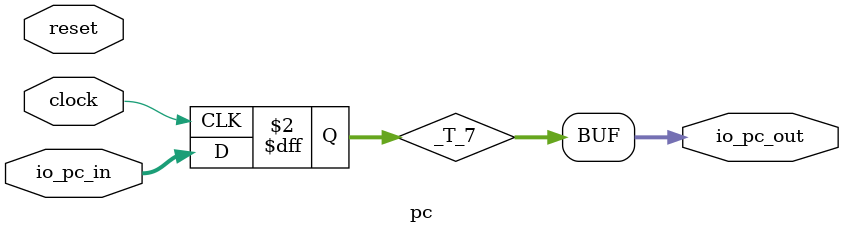
<source format=v>
`ifdef RANDOMIZE_GARBAGE_ASSIGN
`define RANDOMIZE
`endif
`ifdef RANDOMIZE_INVALID_ASSIGN
`define RANDOMIZE
`endif
`ifdef RANDOMIZE_REG_INIT
`define RANDOMIZE
`endif
`ifdef RANDOMIZE_MEM_INIT
`define RANDOMIZE
`endif

module pc(
  input         clock,
  input         reset,
  input  [31:0] io_pc_in,
  output [31:0] io_pc_out
);
  reg [31:0] _T_7;
  reg [31:0] _GEN_0;
  assign io_pc_out = _T_7;
`ifdef RANDOMIZE
  integer initvar;
  initial begin
    `ifndef verilator
      #0.002 begin end
    `endif
  `ifdef RANDOMIZE_REG_INIT
  _GEN_0 = {1{$random}};
  _T_7 = _GEN_0[31:0];
  `endif
  end
`endif
  always @(posedge clock) begin
    _T_7 <= io_pc_in;
  end
endmodule

</source>
